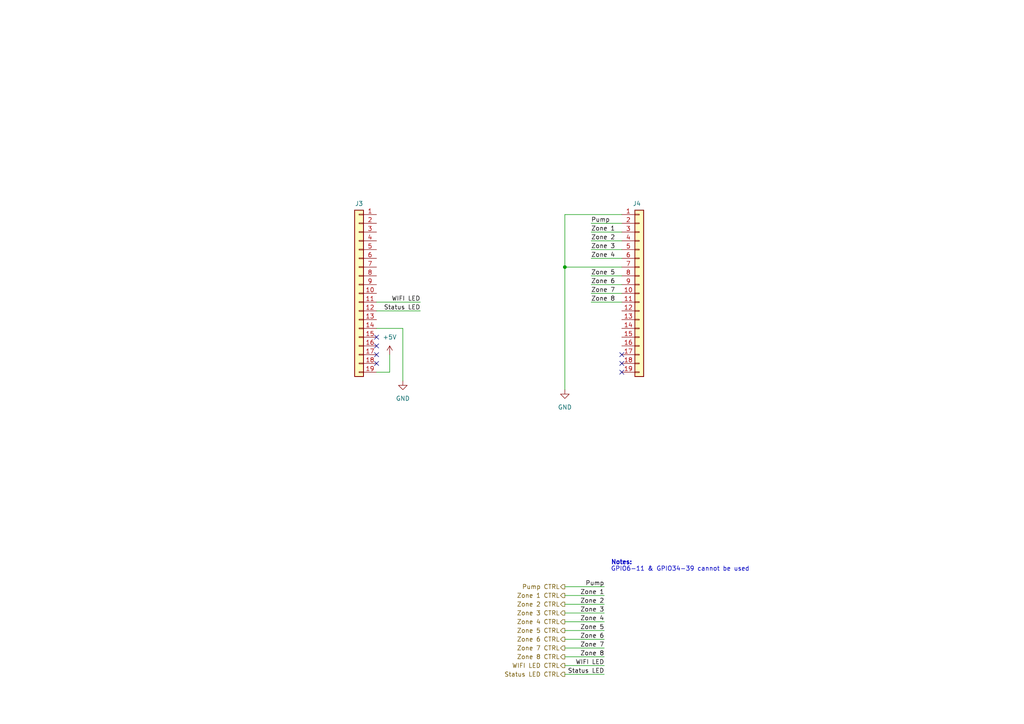
<source format=kicad_sch>
(kicad_sch (version 20250114) (generator "eeschema") (generator_version "9.0")
  (paper "A4")
  (lib_symbols
    (symbol "Connector_Generic:Conn_01x19" (pin_names (offset 1.016) (hide yes))
      (property "Reference" "J" (at 0 25.4 0))
      (property "Value" "Conn_01x19" (at 0 -25.4 0))
      (symbol "Conn_01x19_1_1"
        (rectangle (start -1.27 24.13) (end 1.27 -24.13) (stroke (width 0.254)) (fill (type background)))
        (rectangle (start -1.27 22.987) (end 0 22.733) (stroke (width 0.1524)))
        (rectangle (start -1.27 20.447) (end 0 20.193) (stroke (width 0.1524)))
        (rectangle (start -1.27 17.907) (end 0 17.653) (stroke (width 0.1524)))
        (rectangle (start -1.27 15.367) (end 0 15.113) (stroke (width 0.1524)))
        (rectangle (start -1.27 12.827) (end 0 12.573) (stroke (width 0.1524)))
        (rectangle (start -1.27 10.287) (end 0 10.033) (stroke (width 0.1524)))
        (rectangle (start -1.27 7.747) (end 0 7.493) (stroke (width 0.1524)))
        (rectangle (start -1.27 5.207) (end 0 4.953) (stroke (width 0.1524)))
        (rectangle (start -1.27 2.667) (end 0 2.413) (stroke (width 0.1524)))
        (rectangle (start -1.27 0.127) (end 0 -0.127) (stroke (width 0.1524)))
        (rectangle (start -1.27 -2.413) (end 0 -2.667) (stroke (width 0.1524)))
        (rectangle (start -1.27 -4.953) (end 0 -5.207) (stroke (width 0.1524)))
        (rectangle (start -1.27 -7.493) (end 0 -7.747) (stroke (width 0.1524)))
        (rectangle (start -1.27 -10.033) (end 0 -10.287) (stroke (width 0.1524)))
        (rectangle (start -1.27 -12.573) (end 0 -12.827) (stroke (width 0.1524)))
        (rectangle (start -1.27 -15.113) (end 0 -15.367) (stroke (width 0.1524)))
        (rectangle (start -1.27 -17.653) (end 0 -17.907) (stroke (width 0.1524)))
        (rectangle (start -1.27 -20.193) (end 0 -20.447) (stroke (width 0.1524)))
        (rectangle (start -1.27 -22.733) (end 0 -22.987) (stroke (width 0.1524)))
        (pin passive line (at -5.08 22.86 0) (length 3.81) (name "Pin_1") (number "1"))
        (pin passive line (at -5.08 20.32 0) (length 3.81) (name "Pin_2") (number "2"))
        (pin passive line (at -5.08 17.78 0) (length 3.81) (name "Pin_3") (number "3"))
        (pin passive line (at -5.08 15.24 0) (length 3.81) (name "Pin_4") (number "4"))
        (pin passive line (at -5.08 12.7 0) (length 3.81) (name "Pin_5") (number "5"))
        (pin passive line (at -5.08 10.16 0) (length 3.81) (name "Pin_6") (number "6"))
        (pin passive line (at -5.08 7.62 0) (length 3.81) (name "Pin_7") (number "7"))
        (pin passive line (at -5.08 5.08 0) (length 3.81) (name "Pin_8") (number "8"))
        (pin passive line (at -5.08 2.54 0) (length 3.81) (name "Pin_9") (number "9"))
        (pin passive line (at -5.08 0 0) (length 3.81) (name "Pin_10") (number "10"))
        (pin passive line (at -5.08 -2.54 0) (length 3.81) (name "Pin_11") (number "11"))
        (pin passive line (at -5.08 -5.08 0) (length 3.81) (name "Pin_12") (number "12"))
        (pin passive line (at -5.08 -7.62 0) (length 3.81) (name "Pin_13") (number "13"))
        (pin passive line (at -5.08 -10.16 0) (length 3.81) (name "Pin_14") (number "14"))
        (pin passive line (at -5.08 -12.7 0) (length 3.81) (name "Pin_15") (number "15"))
        (pin passive line (at -5.08 -15.24 0) (length 3.81) (name "Pin_16") (number "16"))
        (pin passive line (at -5.08 -17.78 0) (length 3.81) (name "Pin_17") (number "17"))
        (pin passive line (at -5.08 -20.32 0) (length 3.81) (name "Pin_18") (number "18"))
        (pin passive line (at -5.08 -22.86 0) (length 3.81) (name "Pin_19") (number "19"))
      )
    )
    (symbol "power:+5V" (power) (pin_numbers (hide yes)) (pin_names (offset 0) (hide yes))
      (property "Value" "+5V" (at 0 3.556 0))
      (symbol "+5V_0_1"
        (polyline (pts (xy -0.762 1.27) (xy 0 2.54)))
        (polyline (pts (xy 0 2.54) (xy 0.762 1.27)))
        (polyline (pts (xy 0 0) (xy 0 2.54)))
      )
      (symbol "+5V_1_1"
        (pin power_in line (at 0 0 90) (length 0) (name "~") (number "1"))
      )
    )
    (symbol "power:GND" (power) (pin_numbers (hide yes)) (pin_names (offset 0) (hide yes))
      (property "Value" "GND" (at 0 -3.81 0))
      (symbol "GND_0_1"
        (polyline (pts (xy 0 0) (xy 0 -1.27) (xy 1.27 -1.27) (xy 0 -2.54) (xy -1.27 -1.27) (xy 0 -1.27)))
      )
      (symbol "GND_1_1"
        (pin power_in line (at 0 0 270) (length 0) (name "~") (number "1"))
      )
    )
  )
  (text "GPIO6-11 & GPIO34-39 cannot be used" (at 177.165 165.1 0) (effects (font (size 1.27 1.27) (thickness 0.1588)) (justify left)))
  (text "Notes:" (at 177.165 163.195 0) (effects (font (size 1.27 1.27) (thickness 0.254) (bold yes)) (justify left)))
  (junction (at 163.83 77.47))
  (no_connect (at 180.34 102.87))
  (no_connect (at 109.22 105.41))
  (no_connect (at 180.34 107.95))
  (no_connect (at 180.34 105.41))
  (no_connect (at 109.22 102.87))
  (no_connect (at 109.22 100.33))
  (no_connect (at 109.22 97.79))
  (wire (pts (xy 163.83 113.03) (xy 163.83 77.47)))
  (wire (pts (xy 109.22 87.63) (xy 121.92 87.63)))
  (wire (pts (xy 109.22 107.95) (xy 113.03 107.95)))
  (wire (pts (xy 163.83 193.04) (xy 175.26 193.04)))
  (wire (pts (xy 109.22 90.17) (xy 121.92 90.17)))
  (wire (pts (xy 163.83 187.96) (xy 175.26 187.96)))
  (wire (pts (xy 171.45 72.39) (xy 180.34 72.39)))
  (wire (pts (xy 163.83 180.34) (xy 175.26 180.34)))
  (wire (pts (xy 163.83 170.18) (xy 175.26 170.18)))
  (wire (pts (xy 163.83 172.72) (xy 175.26 172.72)))
  (wire (pts (xy 163.83 182.88) (xy 175.26 182.88)))
  (wire (pts (xy 116.84 95.25) (xy 116.84 110.49)))
  (wire (pts (xy 171.45 87.63) (xy 180.34 87.63)))
  (wire (pts (xy 163.83 62.23) (xy 180.34 62.23)))
  (wire (pts (xy 163.83 77.47) (xy 180.34 77.47)))
  (wire (pts (xy 163.83 77.47) (xy 163.83 62.23)))
  (wire (pts (xy 171.45 80.01) (xy 180.34 80.01)))
  (wire (pts (xy 163.83 185.42) (xy 175.26 185.42)))
  (wire (pts (xy 171.45 85.09) (xy 180.34 85.09)))
  (wire (pts (xy 163.83 195.58) (xy 175.26 195.58)))
  (wire (pts (xy 171.45 69.85) (xy 180.34 69.85)))
  (wire (pts (xy 113.03 102.87) (xy 113.03 107.95)))
  (wire (pts (xy 171.45 82.55) (xy 180.34 82.55)))
  (wire (pts (xy 171.45 64.77) (xy 180.34 64.77)))
  (wire (pts (xy 171.45 74.93) (xy 180.34 74.93)))
  (wire (pts (xy 171.45 67.31) (xy 180.34 67.31)))
  (wire (pts (xy 163.83 177.8) (xy 175.26 177.8)))
  (wire (pts (xy 163.83 175.26) (xy 175.26 175.26)))
  (wire (pts (xy 109.22 95.25) (xy 116.84 95.25)))
  (wire (pts (xy 163.83 190.5) (xy 175.26 190.5)))
  (label "Pump" (at 171.45 64.77 0))
  (label "Zone 1" (at 175.26 172.72 180))
  (label "Zone 7" (at 175.26 187.96 180))
  (label "Zone 1" (at 171.45 67.31 0))
  (label "Zone 6" (at 171.45 82.55 0))
  (label "WIFI LED" (at 121.92 87.63 180))
  (label "Zone 2" (at 171.45 69.85 0))
  (label "Zone 4" (at 171.45 74.93 0))
  (label "Zone 5" (at 171.45 80.01 0))
  (label "Zone 8" (at 175.26 190.5 180))
  (label "Zone 2" (at 175.26 175.26 180))
  (label "Zone 4" (at 175.26 180.34 180))
  (label "WIFI LED" (at 175.26 193.04 180))
  (label "Pump" (at 175.26 170.18 180))
  (label "Zone 5" (at 175.26 182.88 180))
  (label "Zone 7" (at 171.45 85.09 0))
  (label "Zone 3" (at 175.26 177.8 180))
  (label "Zone 3" (at 171.45 72.39 0))
  (label "Zone 8" (at 171.45 87.63 0))
  (label "Status LED" (at 175.26 195.58 180))
  (label "Status LED" (at 121.92 90.17 180))
  (label "Zone 6" (at 175.26 185.42 180))
  (hierarchical_label "Zone 1 CTRL" (shape output) (at 163.83 172.72 180))
  (hierarchical_label "Zone 4 CTRL" (shape output) (at 163.83 180.34 180))
  (hierarchical_label "Zone 2 CTRL" (shape output) (at 163.83 175.26 180))
  (hierarchical_label "Zone 3 CTRL" (shape output) (at 163.83 177.8 180))
  (hierarchical_label "Status LED CTRL" (shape output) (at 163.83 195.58 180))
  (hierarchical_label "Zone 6 CTRL" (shape output) (at 163.83 185.42 180))
  (hierarchical_label "WIFI LED CTRL" (shape output) (at 163.83 193.04 180))
  (hierarchical_label "Zone 5 CTRL" (shape output) (at 163.83 182.88 180))
  (hierarchical_label "Pump CTRL" (shape output) (at 163.83 170.18 180))
  (hierarchical_label "Zone 8 CTRL" (shape output) (at 163.83 190.5 180))
  (hierarchical_label "Zone 7 CTRL" (shape output) (at 163.83 187.96 180))
  (symbol (lib_id "power:+5V") (at 113.03 102.87 0) (unit 1)
    (property "Reference" "#PWR018" (effects (hide yes)))
    (property "Value" "+5V" (at 113.03 97.79 0))
    (property "Description" "Power symbol creates a global label with name \"+5V\"" (effects (hide yes)))
  )
  (symbol (lib_id "Connector_Generic:Conn_01x19") (at 185.42 85.09 0) (unit 1)
    (property "Reference" "J4" (at 183.515 59.055 0) (effects (justify left)))
    (property "Value" "Conn_01x19" (effects (hide yes)))
    (property "Description" "Generic connector, single row, 01x19, script generated (kicad-library-utils/schlib/autogen/connector/)" (effects (hide yes)))
  )
  (symbol (lib_id "Connector_Generic:Conn_01x19") (at 104.14 85.09 0) (mirror y) (unit 1)
    (property "Reference" "J3" (at 104.14 59.055 0))
    (property "Value" "Conn_01x19" (effects (hide yes)))
    (property "Description" "Generic connector, single row, 01x19, script generated (kicad-library-utils/schlib/autogen/connector/)" (effects (hide yes)))
  )
  (symbol (lib_id "power:GND") (at 163.83 113.03 0) (unit 1)
    (property "Reference" "#PWR019" (effects (hide yes)))
    (property "Value" "GND" (at 163.83 118.11 0))
    (property "Description" "Power symbol creates a global label with name \"GND\" , ground" (effects (hide yes)))
  )
  (symbol (lib_id "power:GND") (at 116.84 110.49 0) (unit 1)
    (property "Reference" "#PWR016" (effects (hide yes)))
    (property "Value" "GND" (at 116.84 115.57 0))
    (property "Description" "Power symbol creates a global label with name \"GND\" , ground" (effects (hide yes)))
  )
)
</source>
